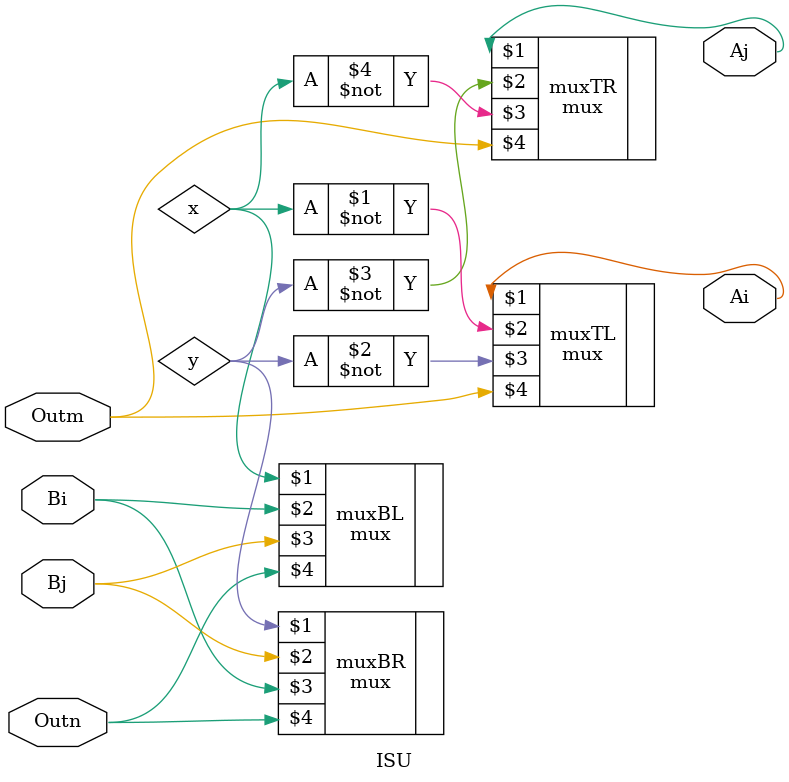
<source format=v>
`timescale 1ns / 1ps

module ISU(Ai, Aj, Bi, Bj, Outm, Outn);
  output Ai, Aj;
  input Bi, Bj, Outm, Outn;
  wire x,y;
  mux muxBL(x,Bi,Bj,Outn);
  mux muxBR(y,Bj,Bi,Outn);
  mux muxTL(Ai,~x,~y,Outm);
  mux muxTR(Aj,~y,~x,Outm);
endmodule

</source>
